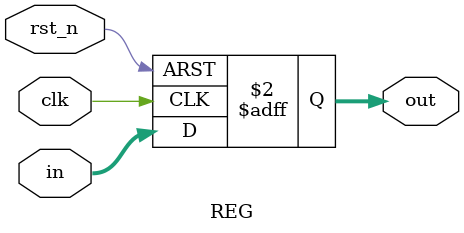
<source format=v>
`timescale 1ns / 1ps

module REG(clk,rst_n,in,out);
input clk,rst_n;
input [31:0]in;
output reg[31:0]out;
always@(posedge rst_n or posedge clk)begin
    if(rst_n)
        out<=32'h0000_0000;
    else 
        out<=in;
end
endmodule

</source>
